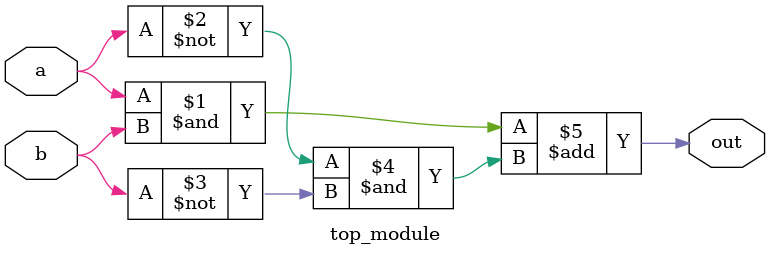
<source format=sv>
module top_module( 
    input  logic a,b, 
    output logic out );
    
    assign out = (a&b) + (~a&~b) ;
  //assign out = a~^b ;

endmodule

</source>
